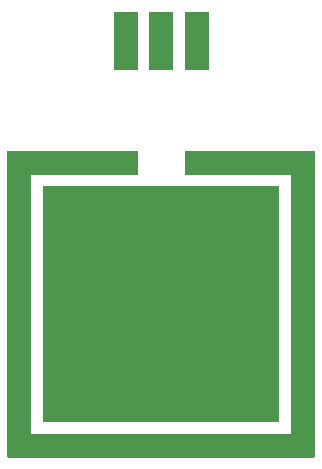
<source format=gts>
%TF.GenerationSoftware,KiCad,Pcbnew,8.0.6*%
%TF.CreationDate,2025-08-25T18:02:55+02:00*%
%TF.ProjectId,GoldElectrode,476f6c64-456c-4656-9374-726f64652e6b,rev?*%
%TF.SameCoordinates,Original*%
%TF.FileFunction,Soldermask,Top*%
%TF.FilePolarity,Negative*%
%FSLAX46Y46*%
G04 Gerber Fmt 4.6, Leading zero omitted, Abs format (unit mm)*
G04 Created by KiCad (PCBNEW 8.0.6) date 2025-08-25 18:02:55*
%MOMM*%
%LPD*%
G01*
G04 APERTURE LIST*
%ADD10R,2.000000X5.000000*%
%ADD11R,20.000000X20.000000*%
%ADD12R,2.000000X26.000000*%
%ADD13R,11.000000X2.000000*%
%ADD14R,26.000000X2.000000*%
G04 APERTURE END LIST*
D10*
%TO.C,J4*%
X109000000Y-53675000D03*
X106000000Y-53675000D03*
X112000000Y-53675000D03*
%TD*%
D11*
%TO.C,J3*%
X109000000Y-76000000D03*
D12*
X97000000Y-76000000D03*
D13*
X101500000Y-64000000D03*
D14*
X109000000Y-88000000D03*
D13*
X116500000Y-64000000D03*
D12*
X121000000Y-76000000D03*
%TD*%
M02*

</source>
